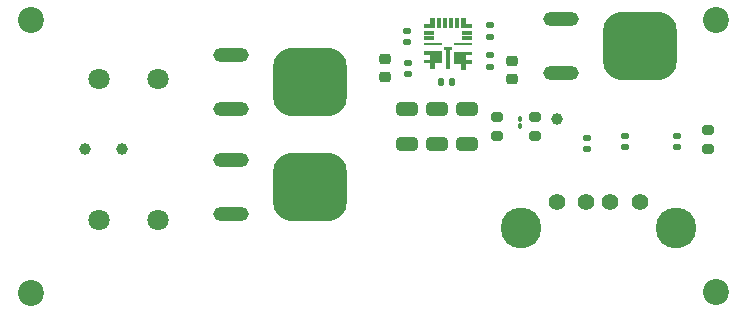
<source format=gts>
G04 #@! TF.GenerationSoftware,KiCad,Pcbnew,7.0.10*
G04 #@! TF.CreationDate,2024-02-21T14:31:42-05:00*
G04 #@! TF.ProjectId,main_buck_board,6d61696e-5f62-4756-936b-5f626f617264,rev?*
G04 #@! TF.SameCoordinates,Original*
G04 #@! TF.FileFunction,Soldermask,Top*
G04 #@! TF.FilePolarity,Negative*
%FSLAX46Y46*%
G04 Gerber Fmt 4.6, Leading zero omitted, Abs format (unit mm)*
G04 Created by KiCad (PCBNEW 7.0.10) date 2024-02-21 14:31:42*
%MOMM*%
%LPD*%
G01*
G04 APERTURE LIST*
G04 Aperture macros list*
%AMRoundRect*
0 Rectangle with rounded corners*
0 $1 Rounding radius*
0 $2 $3 $4 $5 $6 $7 $8 $9 X,Y pos of 4 corners*
0 Add a 4 corners polygon primitive as box body*
4,1,4,$2,$3,$4,$5,$6,$7,$8,$9,$2,$3,0*
0 Add four circle primitives for the rounded corners*
1,1,$1+$1,$2,$3*
1,1,$1+$1,$4,$5*
1,1,$1+$1,$6,$7*
1,1,$1+$1,$8,$9*
0 Add four rect primitives between the rounded corners*
20,1,$1+$1,$2,$3,$4,$5,0*
20,1,$1+$1,$4,$5,$6,$7,0*
20,1,$1+$1,$6,$7,$8,$9,0*
20,1,$1+$1,$8,$9,$2,$3,0*%
%AMFreePoly0*
4,1,20,0.758544,0.125006,0.762496,0.125006,0.762496,0.121054,0.763099,0.120451,0.763099,-0.792049,0.744349,-0.810799,0.188099,-0.810799,0.188099,-1.355799,-0.261901,-1.355799,-0.261901,-0.810799,-0.761901,-0.810799,-0.761901,-0.560799,-0.261901,-0.560799,-0.261901,-0.125006,-0.762495,-0.125006,-0.762495,0.125006,-0.761901,0.125006,-0.761901,0.139201,0.744349,0.139201,0.758544,0.125006,
0.758544,0.125006,$1*%
%AMFreePoly1*
4,1,17,0.951036,0.308536,0.952500,0.305000,0.952500,-0.295000,0.951036,-0.298536,0.947500,-0.300000,0.687500,-0.300000,0.683964,-0.298536,0.682500,-0.295000,0.682500,-0.155000,-0.947500,-0.155000,-0.947500,0.155000,0.682500,0.155000,0.682500,0.305000,0.683964,0.308536,0.687500,0.310000,0.947500,0.310000,0.951036,0.308536,0.951036,0.308536,$1*%
%AMFreePoly2*
4,1,20,0.761901,0.125006,0.762496,0.125006,0.762496,-0.125006,0.261901,-0.125006,0.261901,-0.560799,0.761901,-0.560799,0.761901,-0.810799,0.261901,-0.810799,0.261901,-1.355799,-0.188099,-1.355799,-0.188099,-0.810799,-0.744349,-0.810799,-0.763099,-0.792049,-0.763099,0.120451,-0.762495,0.121055,-0.762495,0.125006,-0.758544,0.125006,-0.744349,0.139201,0.761901,0.139201,0.761901,0.125006,
0.761901,0.125006,$1*%
G04 Aperture macros list end*
%ADD10C,2.200000*%
%ADD11RoundRect,0.582000X-0.935000X0.000000X-0.935000X0.000000X0.935000X0.000000X0.935000X0.000000X0*%
%ADD12RoundRect,1.750200X-1.401800X1.166800X-1.401800X-1.166800X1.401800X-1.166800X1.401800X1.166800X0*%
%ADD13RoundRect,0.140000X-0.170000X0.140000X-0.170000X-0.140000X0.170000X-0.140000X0.170000X0.140000X0*%
%ADD14RoundRect,0.200000X0.275000X-0.200000X0.275000X0.200000X-0.275000X0.200000X-0.275000X-0.200000X0*%
%ADD15R,0.875005X0.299999*%
%ADD16R,1.524991X0.250012*%
%ADD17FreePoly0,0.000000*%
%ADD18FreePoly1,90.000000*%
%ADD19FreePoly2,0.000000*%
%ADD20R,0.449999X0.872502*%
%ADD21R,0.949998X0.347500*%
%ADD22R,0.299999X0.875005*%
%ADD23R,0.956250X0.354998*%
%ADD24R,0.461250X0.881250*%
%ADD25RoundRect,0.140000X0.170000X-0.140000X0.170000X0.140000X-0.170000X0.140000X-0.170000X-0.140000X0*%
%ADD26C,1.803400*%
%ADD27RoundRect,0.250000X-0.650000X0.325000X-0.650000X-0.325000X0.650000X-0.325000X0.650000X0.325000X0*%
%ADD28RoundRect,0.225000X-0.250000X0.225000X-0.250000X-0.225000X0.250000X-0.225000X0.250000X0.225000X0*%
%ADD29RoundRect,0.140000X-0.140000X-0.170000X0.140000X-0.170000X0.140000X0.170000X-0.140000X0.170000X0*%
%ADD30C,1.000000*%
%ADD31RoundRect,0.100000X-0.100000X0.130000X-0.100000X-0.130000X0.100000X-0.130000X0.100000X0.130000X0*%
%ADD32C,1.400000*%
%ADD33C,3.450000*%
%ADD34RoundRect,0.200000X-0.275000X0.200000X-0.275000X-0.200000X0.275000X-0.200000X0.275000X0.200000X0*%
G04 APERTURE END LIST*
G36*
X182032501Y-98976249D02*
G01*
X182013751Y-98994999D01*
X181082501Y-98994999D01*
X181082501Y-98644999D01*
X181582501Y-98644999D01*
X181582501Y-98119999D01*
X182032501Y-98119999D01*
X182032501Y-98976249D01*
G37*
G36*
X184682501Y-98644999D02*
G01*
X185182501Y-98644999D01*
X185182501Y-98994999D01*
X184251251Y-98994999D01*
X184232501Y-98976249D01*
X184232501Y-98119999D01*
X184682501Y-98119999D01*
X184682501Y-98644999D01*
G37*
G36*
X183432501Y-100819999D02*
G01*
X183301251Y-100819999D01*
X183282501Y-100838749D01*
X183282501Y-102469999D01*
X182982501Y-102469999D01*
X182982501Y-100838749D01*
X182963751Y-100819999D01*
X182832501Y-100819999D01*
X182832501Y-100569999D01*
X183432501Y-100569999D01*
X183432501Y-100819999D01*
G37*
G36*
X182607501Y-101013749D02*
G01*
X182607501Y-101926249D01*
X182588751Y-101944999D01*
X182032501Y-101944999D01*
X182032501Y-102469999D01*
X181582501Y-102469999D01*
X181582501Y-101944999D01*
X181082501Y-101944999D01*
X181082501Y-101694999D01*
X181582501Y-101694999D01*
X181582501Y-101244999D01*
X181082501Y-101244999D01*
X181082501Y-100994999D01*
X182588751Y-100994999D01*
X182607501Y-101013749D01*
G37*
G36*
X185182501Y-101244999D02*
G01*
X184682501Y-101244999D01*
X184682501Y-101694999D01*
X185182501Y-101694999D01*
X185182501Y-101944999D01*
X184682501Y-101944999D01*
X184682501Y-102469999D01*
X184232501Y-102469999D01*
X184232501Y-101944999D01*
X183676251Y-101944999D01*
X183657501Y-101926249D01*
X183657501Y-101013749D01*
X183676251Y-100994999D01*
X185182501Y-100994999D01*
X185182501Y-101244999D01*
G37*
D10*
X147870000Y-121360000D03*
D11*
X164800000Y-110109000D03*
D12*
X171450000Y-112395000D03*
D11*
X164800000Y-114681000D03*
D13*
X198120000Y-108105000D03*
X198120000Y-109065000D03*
D14*
X190500000Y-108140000D03*
X190500000Y-106490000D03*
D13*
X179735000Y-101910000D03*
X179735000Y-102870000D03*
X186650000Y-101275000D03*
X186650000Y-102235000D03*
D15*
X181520002Y-99344998D03*
X181520002Y-99844999D03*
D16*
X181845002Y-100344998D03*
D17*
X181845002Y-101120000D03*
D16*
X181845002Y-101820000D03*
D18*
X183137501Y-101522499D03*
D16*
X184420000Y-101820000D03*
D19*
X184422501Y-101134999D03*
D16*
X184420000Y-100344998D03*
D15*
X184745000Y-99844999D03*
X184745000Y-99344998D03*
D20*
X184457501Y-98556250D03*
D21*
X184707500Y-98818751D03*
D22*
X183882500Y-98557502D03*
X183382500Y-98557502D03*
X182882500Y-98557502D03*
X182382500Y-98557502D03*
D23*
X181560628Y-98822500D03*
D24*
X181808128Y-98559374D03*
D11*
X192740000Y-98199000D03*
D12*
X199390000Y-100485000D03*
D11*
X192740000Y-102771000D03*
D25*
X202565000Y-109065000D03*
X202565000Y-108105000D03*
D13*
X179665000Y-99215000D03*
X179665000Y-100175000D03*
D26*
X153565000Y-103270000D03*
X158565000Y-103270000D03*
D27*
X182245000Y-105840000D03*
X182245000Y-108790000D03*
D10*
X205840000Y-121300000D03*
D27*
X184785000Y-105840000D03*
X184785000Y-108790000D03*
D28*
X177800000Y-101600000D03*
X177800000Y-103150000D03*
D13*
X194945000Y-108260000D03*
X194945000Y-109220000D03*
D28*
X188555000Y-101755000D03*
X188555000Y-103305000D03*
D29*
X182515000Y-103505000D03*
X183475000Y-103505000D03*
D10*
X205840000Y-98310000D03*
D30*
X192405000Y-106680000D03*
D31*
X189230000Y-106650000D03*
X189230000Y-107290000D03*
D30*
X152400000Y-109220000D03*
D14*
X205135000Y-109220000D03*
X205135000Y-107570000D03*
D13*
X186650000Y-98735000D03*
X186650000Y-99695000D03*
D11*
X164800000Y-101219000D03*
D12*
X171450000Y-103505000D03*
D11*
X164800000Y-105791000D03*
D30*
X155575000Y-109220000D03*
D27*
X179705000Y-105840000D03*
X179705000Y-108790000D03*
D32*
X192350000Y-113665000D03*
X194850000Y-113665000D03*
X196850000Y-113665000D03*
X199350000Y-113665000D03*
D33*
X189280000Y-115865000D03*
X202420000Y-115865000D03*
D34*
X187325000Y-106490000D03*
X187325000Y-108140000D03*
D26*
X153615000Y-115250000D03*
X158615000Y-115250000D03*
D10*
X147810000Y-98310000D03*
M02*

</source>
